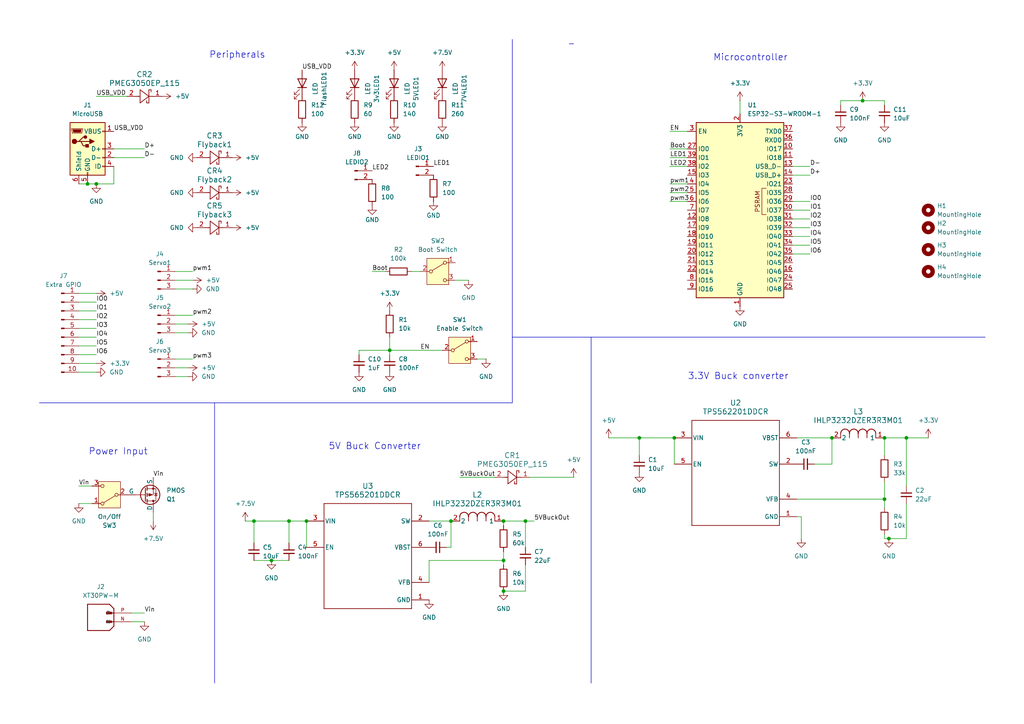
<source format=kicad_sch>
(kicad_sch (version 20231120) (generator "eeschema") (generator_version "8.0")
  (paper "A4")
  (lib_symbols
    (symbol "5V Buck IC:TPS565201DDCR" (pin_names (offset 0.254))
      (property "Reference" "U" (at 0 2.54 0))
      (property "Value" "TPS565201DDCR" (at 0 0 0))
      (symbol "TPS565201DDCR_0_1"
        (pin power_in line (at 17.78 -12.7 180) (length 5.08) (name "GND") (number "1"))
        (pin power_in line (at 17.78 10.16 180) (length 5.08) (name "SW") (number "2"))
        (pin power_in line (at -17.78 10.16 0) (length 5.08) (name "VIN") (number "3"))
        (pin input line (at 17.78 -7.62 180) (length 5.08) (name "VFB") (number "4"))
        (pin input line (at -17.78 2.54 0) (length 5.08) (name "EN") (number "5"))
        (pin power_in line (at 17.78 2.54 180) (length 5.08) (name "VBST") (number "6"))
      )
    )
    (symbol "Connector:Conn_01x02_Pin" (pin_names (offset 1.016) hide)
      (property "Reference" "J" (at 0 2.54 0))
      (property "Value" "Conn_01x02_Pin" (at 0 -5.08 0))
      (symbol "Conn_01x02_Pin_1_1"
        (pin passive line (at 5.08 0 180) (length 3.81) (name "Pin_1") (number "1"))
        (pin passive line (at 5.08 -2.54 180) (length 3.81) (name "Pin_2") (number "2"))
      )
    )
    (symbol "Connector:Conn_01x03_Pin" (pin_names (offset 1.016) hide)
      (property "Reference" "J" (at 0 5.08 0))
      (property "Value" "Conn_01x03_Pin" (at 0 -5.08 0))
      (symbol "Conn_01x03_Pin_1_1"
        (pin passive line (at 5.08 2.54 180) (length 3.81) (name "Pin_1") (number "1"))
        (pin passive line (at 5.08 0 180) (length 3.81) (name "Pin_2") (number "2"))
        (pin passive line (at 5.08 -2.54 180) (length 3.81) (name "Pin_3") (number "3"))
      )
    )
    (symbol "Connector:Conn_01x10_Pin" (pin_names (offset 1.016) hide)
      (property "Reference" "J" (at 0 12.7 0))
      (property "Value" "Conn_01x10_Pin" (at 0 -15.24 0))
      (symbol "Conn_01x10_Pin_1_1"
        (pin passive line (at 5.08 10.16 180) (length 3.81) (name "Pin_1") (number "1"))
        (pin passive line (at 5.08 -12.7 180) (length 3.81) (name "Pin_10") (number "10"))
        (pin passive line (at 5.08 7.62 180) (length 3.81) (name "Pin_2") (number "2"))
        (pin passive line (at 5.08 5.08 180) (length 3.81) (name "Pin_3") (number "3"))
        (pin passive line (at 5.08 2.54 180) (length 3.81) (name "Pin_4") (number "4"))
        (pin passive line (at 5.08 0 180) (length 3.81) (name "Pin_5") (number "5"))
        (pin passive line (at 5.08 -2.54 180) (length 3.81) (name "Pin_6") (number "6"))
        (pin passive line (at 5.08 -5.08 180) (length 3.81) (name "Pin_7") (number "7"))
        (pin passive line (at 5.08 -7.62 180) (length 3.81) (name "Pin_8") (number "8"))
        (pin passive line (at 5.08 -10.16 180) (length 3.81) (name "Pin_9") (number "9"))
      )
    )
    (symbol "Connector:USB_B_Micro" (pin_names (offset 1.016))
      (property "Reference" "J" (at -5.08 11.43 0))
      (property "Value" "USB_B_Micro" (at -5.08 8.89 0))
      (symbol "USB_B_Micro_1_1"
        (pin power_out line (at 7.62 5.08 180) (length 2.54) (name "VBUS") (number "1"))
        (pin bidirectional line (at 7.62 -2.54 180) (length 2.54) (name "D-") (number "2"))
        (pin bidirectional line (at 7.62 0 180) (length 2.54) (name "D+") (number "3"))
        (pin passive line (at 7.62 -5.08 180) (length 2.54) (name "ID") (number "4"))
        (pin power_out line (at 0 -10.16 90) (length 2.54) (name "GND") (number "5"))
        (pin passive line (at -2.54 -10.16 90) (length 2.54) (name "Shield") (number "6"))
      )
    )
    (symbol "Device:C_Small" (pin_numbers hide) (pin_names (offset 0.254) hide)
      (property "Reference" "C" (at 0.254 1.778 0))
      (property "Value" "C_Small" (at 0.254 -2.032 0))
      (symbol "C_Small_1_1"
        (pin passive line (at 0 2.54 270) (length 2.032) (name "~") (number "1"))
        (pin passive line (at 0 -2.54 90) (length 2.032) (name "~") (number "2"))
      )
    )
    (symbol "Device:LED" (pin_numbers hide) (pin_names (offset 1.016) hide)
      (property "Reference" "D" (at 0 2.54 0))
      (property "Value" "LED" (at 0 -2.54 0))
      (symbol "LED_1_1"
        (pin passive line (at -3.81 0 0) (length 2.54) (name "K") (number "1"))
        (pin passive line (at 3.81 0 180) (length 2.54) (name "A") (number "2"))
      )
    )
    (symbol "Device:R" (pin_numbers hide) (pin_names (offset 0))
      (property "Reference" "R" (at 2.032 0 90))
      (property "Value" "R" (at 0 0 90))
      (symbol "R_1_1"
        (pin passive line (at 0 3.81 270) (length 1.27) (name "~") (number "1"))
        (pin passive line (at 0 -3.81 90) (length 1.27) (name "~") (number "2"))
      )
    )
    (symbol "IHLP3232DZER3R3M01:IHLP3232DZER3R3M01" (pin_names (offset 0.254))
      (property "Reference" "L" (at 6.985 5.08 0))
      (property "Value" "IHLP3232DZER3R3M01" (at 6.985 -2.54 0))
      (symbol "IHLP3232DZER3R3M01_1_1"
        (pin unspecified line (at 15.24 0 180) (length 2.54) (name "1") (number "1"))
        (pin unspecified line (at 0 0 0) (length 2.54) (name "2") (number "2"))
      )
      (symbol "IHLP3232DZER3R3M01_1_2"
        (pin unspecified line (at 0 15.24 270) (length 2.54) (name "1") (number "1"))
        (pin unspecified line (at 0 0 90) (length 2.54) (name "2") (number "2"))
      )
    )
    (symbol "Mechanical:MountingHole" (pin_names (offset 1.016)) (exclude_from_sim yes) (in_bom no)
      (property "Reference" "H" (at 0 5.08 0))
      (property "Value" "MountingHole" (at 0 3.175 0))
    )
    (symbol "PMEG3050EP,115:PMEG3050EP_115" (pin_names (offset 0.254))
      (property "Reference" "CR" (at 5.08 4.445 0))
      (property "Value" "PMEG3050EP_115" (at 5.08 -3.81 0))
      (symbol "PMEG3050EP_115_0_1"
        (pin unspecified line (at 10.16 0 180) (length 2.54) (name "") (number "1"))
        (pin unspecified line (at 0 0 0) (length 2.54) (name "") (number "2"))
      )
    )
    (symbol "Personal:TPS562201DDCR" (pin_names (offset 0.254))
      (property "Reference" "U" (at 0 2.54 0))
      (property "Value" "TPS562201DDCR" (at 0 0 0))
      (symbol "TPS562201DDCR_0_1"
        (pin power_in line (at 17.78 -12.7 180) (length 5.08) (name "GND") (number "1"))
        (pin power_in line (at 17.78 2.54 180) (length 5.08) (name "SW") (number "2"))
        (pin power_in line (at -17.78 10.16 0) (length 5.08) (name "VIN") (number "3"))
        (pin input line (at 17.78 -7.62 180) (length 5.08) (name "VFB") (number "4"))
        (pin input line (at -17.78 2.54 0) (length 5.08) (name "EN") (number "5"))
        (pin power_in line (at 17.78 10.16 180) (length 5.08) (name "VBST") (number "6"))
      )
    )
    (symbol "RF_Module:ESP32-S3-WROOM-1"
      (property "Reference" "U" (at -12.7 26.67 0))
      (property "Value" "ESP32-S3-WROOM-1" (at 12.7 26.67 0))
      (symbol "ESP32-S3-WROOM-1_0_0"
        (text "PSRAM" (at 5.08 2.54 900) (effects (font (size 1.27 1.27))))
      )
      (symbol "ESP32-S3-WROOM-1_1_1"
        (pin power_in line (at 0 -27.94 90) (length 2.54) (name "GND") (number "1"))
        (pin bidirectional line (at 15.24 17.78 180) (length 2.54) (name "IO17") (number "10"))
        (pin bidirectional line (at 15.24 15.24 180) (length 2.54) (name "IO18") (number "11"))
        (pin bidirectional line (at -15.24 -2.54 0) (length 2.54) (name "IO8") (number "12"))
        (pin bidirectional line (at 15.24 12.7 180) (length 2.54) (name "USB_D-") (number "13"))
        (pin bidirectional line (at 15.24 10.16 180) (length 2.54) (name "USB_D+") (number "14"))
        (pin bidirectional line (at -15.24 10.16 0) (length 2.54) (name "IO3") (number "15"))
        (pin bidirectional line (at 15.24 -17.78 180) (length 2.54) (name "IO46") (number "16"))
        (pin bidirectional line (at -15.24 -5.08 0) (length 2.54) (name "IO9") (number "17"))
        (pin bidirectional line (at -15.24 -7.62 0) (length 2.54) (name "IO10") (number "18"))
        (pin bidirectional line (at -15.24 -10.16 0) (length 2.54) (name "IO11") (number "19"))
        (pin power_in line (at 0 27.94 270) (length 2.54) (name "3V3") (number "2"))
        (pin bidirectional line (at -15.24 -12.7 0) (length 2.54) (name "IO12") (number "20"))
        (pin bidirectional line (at -15.24 -15.24 0) (length 2.54) (name "IO13") (number "21"))
        (pin bidirectional line (at -15.24 -17.78 0) (length 2.54) (name "IO14") (number "22"))
        (pin bidirectional line (at 15.24 7.62 180) (length 2.54) (name "IO21") (number "23"))
        (pin bidirectional line (at 15.24 -20.32 180) (length 2.54) (name "IO47") (number "24"))
        (pin bidirectional line (at 15.24 -22.86 180) (length 2.54) (name "IO48") (number "25"))
        (pin bidirectional line (at 15.24 -15.24 180) (length 2.54) (name "IO45") (number "26"))
        (pin bidirectional line (at -15.24 17.78 0) (length 2.54) (name "IO0") (number "27"))
        (pin bidirectional line (at 15.24 5.08 180) (length 2.54) (name "IO35") (number "28"))
        (pin bidirectional line (at 15.24 2.54 180) (length 2.54) (name "IO36") (number "29"))
        (pin input line (at -15.24 22.86 0) (length 2.54) (name "EN") (number "3"))
        (pin bidirectional line (at 15.24 0 180) (length 2.54) (name "IO37") (number "30"))
        (pin bidirectional line (at 15.24 -2.54 180) (length 2.54) (name "IO38") (number "31"))
        (pin bidirectional line (at 15.24 -5.08 180) (length 2.54) (name "IO39") (number "32"))
        (pin bidirectional line (at 15.24 -7.62 180) (length 2.54) (name "IO40") (number "33"))
        (pin bidirectional line (at 15.24 -10.16 180) (length 2.54) (name "IO41") (number "34"))
        (pin bidirectional line (at 15.24 -12.7 180) (length 2.54) (name "IO42") (number "35"))
        (pin bidirectional line (at 15.24 20.32 180) (length 2.54) (name "RXD0") (number "36"))
        (pin bidirectional line (at 15.24 22.86 180) (length 2.54) (name "TXD0") (number "37"))
        (pin bidirectional line (at -15.24 12.7 0) (length 2.54) (name "IO2") (number "38"))
        (pin bidirectional line (at -15.24 15.24 0) (length 2.54) (name "IO1") (number "39"))
        (pin bidirectional line (at -15.24 7.62 0) (length 2.54) (name "IO4") (number "4"))
        (pin passive line (at 0 -27.94 90) (length 2.54) hide (name "GND") (number "40"))
        (pin passive line (at 0 -27.94 90) (length 2.54) hide (name "GND") (number "41"))
        (pin bidirectional line (at -15.24 5.08 0) (length 2.54) (name "IO5") (number "5"))
        (pin bidirectional line (at -15.24 2.54 0) (length 2.54) (name "IO6") (number "6"))
        (pin bidirectional line (at -15.24 0 0) (length 2.54) (name "IO7") (number "7"))
        (pin bidirectional line (at -15.24 -20.32 0) (length 2.54) (name "IO15") (number "8"))
        (pin bidirectional line (at -15.24 -22.86 0) (length 2.54) (name "IO16") (number "9"))
      )
    )
    (symbol "Simulation_SPICE:PMOS" (pin_numbers hide) (pin_names (offset 0))
      (property "Reference" "Q" (at 5.08 1.27 0))
      (property "Value" "PMOS" (at 5.08 -1.27 0))
      (symbol "PMOS_1_1"
        (pin passive line (at 2.54 5.08 270) (length 2.54) (name "D") (number "1"))
        (pin input line (at -5.08 0 0) (length 2.54) (name "G") (number "2"))
        (pin passive line (at 2.54 -5.08 90) (length 2.54) (name "S") (number "3"))
      )
    )
    (symbol "Switch:SW_SPDT" (pin_names (offset 0) hide)
      (property "Reference" "SW" (at 0 5.08 0))
      (property "Value" "SW_SPDT" (at 0 -5.08 0))
      (symbol "SW_SPDT_1_1"
        (pin passive line (at 5.08 2.54 180) (length 2.54) (name "A") (number "1"))
        (pin passive line (at -5.08 0 0) (length 2.54) (name "B") (number "2"))
        (pin passive line (at 5.08 -2.54 180) (length 2.54) (name "C") (number "3"))
      )
    )
    (symbol "XT30:XT30PW-M" (pin_names (offset 1.016))
      (property "Reference" "J" (at -7.62 3.302 0))
      (property "Value" "XT30PW-M" (at -7.62 -7.62 0))
      (symbol "XT30PW-M_0_0"
        (pin power_in line (at 5.08 -2.54 180) (length 5.08) (name "N") (number "N"))
        (pin power_in line (at 5.08 0 180) (length 5.08) (name "P") (number "P"))
      )
    )
    (symbol "power:+3.3V" (power) (pin_numbers hide) (pin_names (offset 0) hide)
      (property "Value" "+3.3V" (at 0 3.556 0))
      (symbol "+3.3V_1_1"
        (pin power_in line (at 0 0 90) (length 0) (name "~") (number "1"))
      )
    )
    (symbol "power:+5V" (power) (pin_numbers hide) (pin_names (offset 0) hide)
      (property "Value" "+5V" (at 0 3.556 0))
      (symbol "+5V_1_1"
        (pin power_in line (at 0 0 90) (length 0) (name "~") (number "1"))
      )
    )
    (symbol "power:+7.5V" (power) (pin_numbers hide) (pin_names (offset 0) hide)
      (property "Value" "+7.5V" (at 0 3.556 0))
      (symbol "+7.5V_1_1"
        (pin power_in line (at 0 0 90) (length 0) (name "~") (number "1"))
      )
    )
    (symbol "power:GND" (power) (pin_numbers hide) (pin_names (offset 0) hide)
      (property "Value" "GND" (at 0 -3.81 0))
      (symbol "GND_1_1"
        (pin power_in line (at 0 0 270) (length 0) (name "~") (number "1"))
      )
    )
  )
  (junction (at 83.82 151.13))
  (junction (at 146.05 151.13))
  (junction (at 262.89 127))
  (junction (at 130.81 151.13))
  (junction (at 78.74 162.56))
  (junction (at 152.4 151.13))
  (junction (at 146.05 162.56))
  (junction (at 146.05 171.45))
  (junction (at 73.66 151.13))
  (junction (at 250.19 29.21))
  (junction (at 257.81 156.21))
  (junction (at 113.03 101.6))
  (junction (at 256.54 144.78))
  (junction (at 256.54 127))
  (junction (at 185.42 127))
  (junction (at 241.3 127))
  (junction (at 25.4 53.34))
  (junction (at 27.94 53.34))
  (junction (at 195.58 127))
  (junction (at 88.9 151.13))
  (wire (pts (xy 146.05 160.02) (xy 146.05 162.56)))
  (polyline (pts (xy 148.59 80.01) (xy 148.59 11.43)))
  (wire (pts (xy 104.14 101.6) (xy 113.03 101.6)))
  (wire (pts (xy 22.86 140.97) (xy 26.67 140.97)))
  (polyline (pts (xy 165.1 12.7) (xy 166.37 12.7)))
  (wire (pts (xy 22.86 85.09) (xy 27.94 85.09)))
  (wire (pts (xy 27.94 53.34) (xy 33.02 53.34)))
  (wire (pts (xy 22.86 100.33) (xy 27.94 100.33)))
  (wire (pts (xy 214.63 29.21) (xy 214.63 33.02)))
  (wire (pts (xy 229.87 68.58) (xy 234.95 68.58)))
  (polyline (pts (xy 11.43 116.84) (xy 12.7 116.84)))
  (polyline (pts (xy 62.23 116.84) (xy 62.23 198.12)))
  (wire (pts (xy 231.14 149.86) (xy 232.41 149.86)))
  (wire (pts (xy 152.4 151.13) (xy 154.94 151.13)))
  (wire (pts (xy 50.8 93.98) (xy 54.61 93.98)))
  (wire (pts (xy 22.86 53.34) (xy 25.4 53.34)))
  (wire (pts (xy 152.4 163.83) (xy 152.4 171.45)))
  (wire (pts (xy 50.8 78.74) (xy 55.88 78.74)))
  (wire (pts (xy 50.8 83.82) (xy 55.88 83.82)))
  (wire (pts (xy 50.8 106.68) (xy 54.61 106.68)))
  (wire (pts (xy 130.81 151.13) (xy 130.81 158.75)))
  (wire (pts (xy 146.05 151.13) (xy 152.4 151.13)))
  (wire (pts (xy 241.3 127) (xy 241.3 134.62)))
  (wire (pts (xy 71.12 151.13) (xy 73.66 151.13)))
  (wire (pts (xy 229.87 60.96) (xy 234.95 60.96)))
  (wire (pts (xy 256.54 156.21) (xy 256.54 154.94)))
  (polyline (pts (xy 148.59 97.79) (xy 285.75 97.79)))
  (wire (pts (xy 256.54 156.21) (xy 257.81 156.21)))
  (wire (pts (xy 83.82 151.13) (xy 88.9 151.13)))
  (wire (pts (xy 50.8 81.28) (xy 55.88 81.28)))
  (wire (pts (xy 22.86 87.63) (xy 27.94 87.63)))
  (wire (pts (xy 243.84 29.21) (xy 250.19 29.21)))
  (wire (pts (xy 256.54 127) (xy 256.54 132.08)))
  (wire (pts (xy 133.35 138.43) (xy 143.51 138.43)))
  (wire (pts (xy 38.1 177.8) (xy 41.91 177.8)))
  (wire (pts (xy 256.54 30.48) (xy 256.54 29.21)))
  (wire (pts (xy 22.86 92.71) (xy 27.94 92.71)))
  (polyline (pts (xy 148.59 116.84) (xy 12.7 116.84)))
  (wire (pts (xy 262.89 127) (xy 256.54 127)))
  (wire (pts (xy 130.81 158.75) (xy 129.54 158.75)))
  (wire (pts (xy 194.31 53.34) (xy 199.39 53.34)))
  (wire (pts (xy 229.87 66.04) (xy 234.95 66.04)))
  (wire (pts (xy 22.86 97.79) (xy 27.94 97.79)))
  (wire (pts (xy 194.31 38.1) (xy 199.39 38.1)))
  (polyline (pts (xy 148.59 80.01) (xy 148.59 116.84)))
  (wire (pts (xy 132.08 81.28) (xy 135.89 81.28)))
  (wire (pts (xy 113.03 97.79) (xy 113.03 101.6)))
  (wire (pts (xy 229.87 58.42) (xy 234.95 58.42)))
  (polyline (pts (xy 171.45 97.79) (xy 171.45 198.12)))
  (wire (pts (xy 22.86 95.25) (xy 27.94 95.25)))
  (wire (pts (xy 176.53 127) (xy 185.42 127)))
  (wire (pts (xy 241.3 134.62) (xy 236.22 134.62)))
  (wire (pts (xy 138.43 104.14) (xy 140.97 104.14)))
  (wire (pts (xy 22.86 107.95) (xy 27.94 107.95)))
  (wire (pts (xy 27.94 27.94) (xy 36.83 27.94)))
  (wire (pts (xy 113.03 101.6) (xy 128.27 101.6)))
  (wire (pts (xy 195.58 127) (xy 195.58 134.62)))
  (wire (pts (xy 73.66 162.56) (xy 78.74 162.56)))
  (wire (pts (xy 22.86 102.87) (xy 27.94 102.87)))
  (wire (pts (xy 232.41 149.86) (xy 232.41 156.21)))
  (wire (pts (xy 152.4 151.13) (xy 152.4 158.75)))
  (wire (pts (xy 50.8 91.44) (xy 55.88 91.44)))
  (wire (pts (xy 50.8 104.14) (xy 55.88 104.14)))
  (wire (pts (xy 38.1 180.34) (xy 41.91 180.34)))
  (wire (pts (xy 262.89 140.97) (xy 262.89 127)))
  (wire (pts (xy 185.42 127) (xy 195.58 127)))
  (wire (pts (xy 194.31 45.72) (xy 199.39 45.72)))
  (wire (pts (xy 256.54 139.7) (xy 256.54 144.78)))
  (wire (pts (xy 243.84 29.21) (xy 243.84 30.48)))
  (wire (pts (xy 50.8 109.22) (xy 54.61 109.22)))
  (wire (pts (xy 78.74 162.56) (xy 83.82 162.56)))
  (wire (pts (xy 146.05 151.13) (xy 146.05 152.4)))
  (wire (pts (xy 33.02 45.72) (xy 41.91 45.72)))
  (wire (pts (xy 113.03 101.6) (xy 113.03 102.87)))
  (wire (pts (xy 124.46 151.13) (xy 130.81 151.13)))
  (wire (pts (xy 262.89 156.21) (xy 262.89 146.05)))
  (wire (pts (xy 229.87 50.8) (xy 234.95 50.8)))
  (wire (pts (xy 194.31 43.18) (xy 199.39 43.18)))
  (wire (pts (xy 124.46 162.56) (xy 146.05 162.56)))
  (wire (pts (xy 88.9 151.13) (xy 88.9 158.75)))
  (wire (pts (xy 229.87 63.5) (xy 234.95 63.5)))
  (wire (pts (xy 22.86 90.17) (xy 27.94 90.17)))
  (wire (pts (xy 231.14 144.78) (xy 256.54 144.78)))
  (wire (pts (xy 256.54 144.78) (xy 256.54 147.32)))
  (wire (pts (xy 83.82 151.13) (xy 83.82 157.48)))
  (wire (pts (xy 194.31 48.26) (xy 199.39 48.26)))
  (wire (pts (xy 22.86 105.41) (xy 27.94 105.41)))
  (wire (pts (xy 185.42 127) (xy 185.42 132.08)))
  (wire (pts (xy 107.95 78.74) (xy 111.76 78.74)))
  (wire (pts (xy 50.8 96.52) (xy 54.61 96.52)))
  (wire (pts (xy 152.4 171.45) (xy 146.05 171.45)))
  (wire (pts (xy 262.89 127) (xy 269.24 127)))
  (wire (pts (xy 229.87 71.12) (xy 234.95 71.12)))
  (wire (pts (xy 256.54 29.21) (xy 250.19 29.21)))
  (wire (pts (xy 119.38 78.74) (xy 121.92 78.74)))
  (wire (pts (xy 104.14 101.6) (xy 104.14 102.87)))
  (wire (pts (xy 194.31 58.42) (xy 199.39 58.42)))
  (wire (pts (xy 33.02 48.26) (xy 33.02 53.34)))
  (wire (pts (xy 257.81 156.21) (xy 262.89 156.21)))
  (wire (pts (xy 33.02 43.18) (xy 41.91 43.18)))
  (wire (pts (xy 146.05 162.56) (xy 146.05 163.83)))
  (wire (pts (xy 231.14 127) (xy 241.3 127)))
  (wire (pts (xy 22.86 146.05) (xy 26.67 146.05)))
  (wire (pts (xy 153.67 138.43) (xy 166.37 138.43)))
  (wire (pts (xy 124.46 162.56) (xy 124.46 168.91)))
  (wire (pts (xy 229.87 48.26) (xy 234.95 48.26)))
  (wire (pts (xy 194.31 55.88) (xy 199.39 55.88)))
  (wire (pts (xy 44.45 148.59) (xy 44.45 151.13)))
  (wire (pts (xy 25.4 53.34) (xy 27.94 53.34)))
  (wire (pts (xy 73.66 157.48) (xy 73.66 151.13)))
  (wire (pts (xy 73.66 151.13) (xy 83.82 151.13)))
  (wire (pts (xy 229.87 73.66) (xy 234.95 73.66)))
  (text "Power Input" (at 34.29 131.064 0) (effects (font (size 1.905 1.905))))
  (text "Peripherals" (at 68.834 16.002 0) (effects (font (size 1.905 1.905))))
  (text "Microcontroller" (at 217.678 16.764 0) (effects (font (size 1.905 1.905))))
  (text "5V Buck Converter" (at 108.712 129.54 0) (effects (font (size 1.905 1.905))))
  (text "3.3V Buck converter" (at 214.122 109.22 0) (effects (font (size 1.905 1.905))))
  (label "5VBuckOut" (at 133.35 138.43 0))
  (label "Vin" (at 41.91 177.8 0))
  (label "IO2" (at 234.95 63.5 0))
  (label "IO2" (at 27.94 92.71 0))
  (label "IO1" (at 234.95 60.96 0))
  (label "EN" (at 194.31 38.1 0))
  (label "pwm2" (at 55.88 91.44 0))
  (label "IO0" (at 27.94 87.63 0))
  (label "USB_VDD" (at 27.94 27.94 0))
  (label "IO3" (at 234.95 66.04 0))
  (label "IO3" (at 27.94 95.25 0))
  (label "IO1" (at 27.94 90.17 0))
  (label "Boot" (at 194.31 43.18 0))
  (label "IO0" (at 234.95 58.42 0))
  (label "LED1" (at 194.31 45.72 0))
  (label "IO4" (at 27.94 97.79 0))
  (label "Boot" (at 107.95 78.74 0))
  (label "IO6" (at 27.94 102.87 0))
  (label "Vin" (at 22.86 140.97 0))
  (label "EN" (at 121.92 101.6 0))
  (label "IO4" (at 234.95 68.58 0))
  (label "IO5" (at 234.95 71.12 0))
  (label "LED2" (at 107.95 49.53 0))
  (label "pwm1" (at 194.31 53.34 0))
  (label "D+" (at 234.95 50.8 0))
  (label "D+" (at 41.91 43.18 0))
  (label "LED2" (at 194.31 48.26 0))
  (label "D-" (at 41.91 45.72 0))
  (label "pwm3" (at 55.88 104.14 0))
  (label "USB_VDD" (at 33.02 38.1 0))
  (label "IO6" (at 234.95 73.66 0))
  (label "D-" (at 234.95 48.26 0))
  (label "USB_VDD" (at 87.63 20.32 0))
  (label "Vin" (at 44.45 138.43 0))
  (label "pwm3" (at 194.31 58.42 0))
  (label "pwm1" (at 55.88 78.74 0))
  (label "LED1" (at 125.73 48.26 0))
  (label "IO5" (at 27.94 100.33 0))
  (label "5VBuckOut" (at 154.94 151.13 0))
  (label "pwm2" (at 194.31 55.88 0))
  (symbol (lib_id "power:GND") (at 87.63 35.56 0) (unit 1)
    (property "Reference" "#PWR044" (effects (hide yes)))
    (property "Value" "GND" (at 87.63 39.624 0))
    (property "Description" "Power symbol creates a global label with name \"GND\" , ground" (effects (hide yes)))
  )
  (symbol (lib_id "Mechanical:MountingHole") (at 269.24 72.39 0) (unit 1) (exclude_from_sim yes) (in_bom no)
    (property "Reference" "H3" (at 271.78 71.1199 0) (effects (justify left)))
    (property "Value" "MountingHole" (at 271.78 73.6599 0) (effects (justify left)))
    (property "Footprint" "MountingHole:MountingHole_3.2mm_M3" (effects (hide yes)))
    (property "Description" "Mounting Hole without connection" (effects (hide yes)))
  )
  (symbol (lib_id "Device:R") (at 107.95 55.88 0) (unit 1)
    (property "Reference" "R8" (at 110.49 54.6099 0) (effects (justify left)))
    (property "Value" "100" (at 110.49 57.1499 0) (effects (justify left)))
    (property "Footprint" "Resistor_SMD:R_0805_2012Metric_Pad1.20x1.40mm_HandSolder" (effects (hide yes)))
    (property "Description" "Resistor" (effects (hide yes)))
  )
  (symbol (lib_id "PMEG3050EP,115:PMEG3050EP_115") (at 57.15 55.88 0) (unit 1)
    (property "Reference" "CR4" (at 62.23 49.53 0) (effects (font (size 1.524 1.524))))
    (property "Value" "Flyback2" (at 62.23 52.07 0) (effects (font (size 1.524 1.524))))
    (property "Footprint" "Personal:SDO_CFP5_SOD128_NEX" (effects (hide yes)))
    (property "Datasheet" "PMEG3050EP_115" (effects (hide yes)))
  )
  (symbol (lib_id "XT30:XT30PW-M") (at 33.02 177.8 0) (unit 1)
    (property "Reference" "J2" (at 29.21 170.18 0))
    (property "Value" "XT30PW-M" (at 29.21 172.72 0))
    (property "Footprint" "Personal:AMASS_XT30PW-M" (effects (hide yes)))
    (property "MF" "AMASS" (effects (hide yes)))
    (property "MAXIMUM_PACKAGE_HEIGHT" "5 mm" (effects (hide yes)))
    (property "Package" "None" (effects (hide yes)))
    (property "Price" "None" (effects (hide yes)))
    (property "Check_prices" "https://www.snapeda.com/parts/XT30PW-M/AMASS/view-part/?ref=eda" (effects (hide yes)))
    (property "STANDARD" "Manufacturer Recommendations" (effects (hide yes)))
    (property "PARTREV" "1.2" (effects (hide yes)))
    (property "SnapEDA_Link" "https://www.snapeda.com/parts/XT30PW-M/AMASS/view-part/?ref=snap" (effects (hide yes)))
    (property "MP" "XT30PW-M" (effects (hide yes)))
    (property "Description_1" "\n                        \n                            Socket; DC supply; XT30; male; PIN: 2; on PCBs; THT; Colour: yellow\n                        \n" (effects (hide yes)))
    (property "MANUFACTURER" "Amass" (effects (hide yes)))
    (property "Availability" "Not in stock" (effects (hide yes)))
    (property "SNAPEDA_PN" "XT30PW-M" (effects (hide yes)))
  )
  (symbol (lib_id "Device:R") (at 114.3 31.75 0) (unit 1)
    (property "Reference" "R10" (at 116.84 30.4799 0) (effects (justify left)))
    (property "Value" "140" (at 116.84 33.0199 0) (effects (justify left)))
    (property "Footprint" "Resistor_SMD:R_0805_2012Metric_Pad1.20x1.40mm_HandSolder" (effects (hide yes)))
    (property "Description" "Resistor" (effects (hide yes)))
  )
  (symbol (lib_id "Device:C_Small") (at 243.84 33.02 0) (unit 1)
    (property "Reference" "C9" (at 246.38 31.7562 0) (effects (justify left)))
    (property "Value" "100nF" (at 246.38 34.2962 0) (effects (justify left)))
    (property "Footprint" "Capacitor_SMD:C_0805_2012Metric_Pad1.18x1.45mm_HandSolder" (effects (hide yes)))
    (property "Description" "Unpolarized capacitor, small symbol" (effects (hide yes)))
  )
  (symbol (lib_id "Mechanical:MountingHole") (at 269.24 60.96 0) (unit 1) (exclude_from_sim yes) (in_bom no)
    (property "Reference" "H1" (at 271.78 59.6899 0) (effects (justify left)))
    (property "Value" "MountingHole" (at 271.78 62.2299 0) (effects (justify left)))
    (property "Footprint" "MountingHole:MountingHole_3.2mm_M3" (effects (hide yes)))
    (property "Description" "Mounting Hole without connection" (effects (hide yes)))
  )
  (symbol (lib_id "power:+3.3V") (at 102.87 20.32 0) (unit 1)
    (property "Reference" "#PWR040" (effects (hide yes)))
    (property "Value" "+3.3V" (at 102.87 15.24 0))
    (property "Description" "Power symbol creates a global label with name \"+3.3V\"" (effects (hide yes)))
  )
  (symbol (lib_id "power:GND") (at 107.95 59.69 0) (unit 1)
    (property "Reference" "#PWR034" (effects (hide yes)))
    (property "Value" "GND" (at 107.95 63.754 0))
    (property "Description" "Power symbol creates a global label with name \"GND\" , ground" (effects (hide yes)))
  )
  (symbol (lib_id "power:GND") (at 27.94 107.95 90) (unit 1)
    (property "Reference" "#PWR031" (effects (hide yes)))
    (property "Value" "GND" (at 31.75 107.9499 90) (effects (justify right)))
    (property "Description" "Power symbol creates a global label with name \"GND\" , ground" (effects (hide yes)))
  )
  (symbol (lib_id "Device:C_Small") (at 83.82 160.02 0) (unit 1)
    (property "Reference" "C4" (at 86.36 158.7562 0) (effects (justify left)))
    (property "Value" "100nF" (at 86.36 161.2962 0) (effects (justify left)))
    (property "Footprint" "Capacitor_SMD:C_0805_2012Metric_Pad1.18x1.45mm_HandSolder" (effects (hide yes)))
    (property "Description" "Unpolarized capacitor, small symbol" (effects (hide yes)))
  )
  (symbol (lib_id "power:GND") (at 256.54 35.56 0) (unit 1)
    (property "Reference" "#PWR022" (effects (hide yes)))
    (property "Value" "GND" (at 256.54 40.64 0))
    (property "Description" "Power symbol creates a global label with name \"GND\" , ground" (effects (hide yes)))
  )
  (symbol (lib_id "power:GND") (at 57.15 66.04 270) (unit 1)
    (property "Reference" "#PWR049" (effects (hide yes)))
    (property "Value" "GND" (at 53.34 66.0399 90) (effects (justify right)))
    (property "Description" "Power symbol creates a global label with name \"GND\" , ground" (effects (hide yes)))
  )
  (symbol (lib_id "power:GND") (at 128.27 35.56 0) (unit 1)
    (property "Reference" "#PWR039" (effects (hide yes)))
    (property "Value" "GND" (at 128.27 39.624 0))
    (property "Description" "Power symbol creates a global label with name \"GND\" , ground" (effects (hide yes)))
  )
  (symbol (lib_id "power:GND") (at 55.88 83.82 90) (unit 1)
    (property "Reference" "#PWR025" (effects (hide yes)))
    (property "Value" "GND" (at 59.69 83.8199 90) (effects (justify right)))
    (property "Description" "Power symbol creates a global label with name \"GND\" , ground" (effects (hide yes)))
  )
  (symbol (lib_id "power:GND") (at 22.86 146.05 0) (unit 1)
    (property "Reference" "#PWR035" (effects (hide yes)))
    (property "Value" "GND" (at 22.86 151.13 0))
    (property "Description" "Power symbol creates a global label with name \"GND\" , ground" (effects (hide yes)))
  )
  (symbol (lib_id "Simulation_SPICE:PMOS") (at 41.91 143.51 0) (mirror x) (unit 1)
    (property "Reference" "Q1" (at 48.26 144.7801 0) (effects (justify left)))
    (property "Value" "PMOS" (at 48.26 142.2401 0) (effects (justify left)))
    (property "Footprint" "Package_TO_SOT_THT:TO-220-3_Vertical" (effects (hide yes)))
    (property "Datasheet" "https://ngspice.sourceforge.io/docs/ngspice-html-manual/manual.xhtml#cha_MOSFETs" (effects (hide yes)))
    (property "Description" "P-MOSFET transistor, drain/source/gate" (effects (hide yes)))
    (property "Sim.Device" "PMOS" (effects (hide yes)))
    (property "Sim.Type" "VDMOS" (effects (hide yes)))
    (property "Sim.Pins" "1=D 2=G 3=S" (effects (hide yes)))
  )
  (symbol (lib_id "Device:R") (at 125.73 54.61 0) (unit 1)
    (property "Reference" "R7" (at 128.27 53.3399 0) (effects (justify left)))
    (property "Value" "100" (at 128.27 55.8799 0) (effects (justify left)))
    (property "Footprint" "Resistor_SMD:R_0805_2012Metric_Pad1.20x1.40mm_HandSolder" (effects (hide yes)))
    (property "Description" "Resistor" (effects (hide yes)))
  )
  (symbol (lib_id "Switch:SW_SPDT") (at 31.75 143.51 180) (unit 1)
    (property "Reference" "SW3" (at 31.75 152.4 0))
    (property "Value" "On/Off" (at 31.75 149.86 0))
    (property "Footprint" "Connector_Molex:Molex_KK-254_AE-6410-03A_1x03_P2.54mm_Vertical" (effects (hide yes)))
    (property "Description" "Switch, single pole double throw" (effects (hide yes)))
  )
  (symbol (lib_id "power:+5V") (at 114.3 20.32 0) (unit 1)
    (property "Reference" "#PWR041" (effects (hide yes)))
    (property "Value" "+5V" (at 114.3 15.24 0))
    (property "Description" "Power symbol creates a global label with name \"+5V\"" (effects (hide yes)))
  )
  (symbol (lib_id "power:+5V") (at 67.31 66.04 270) (unit 1)
    (property "Reference" "#PWR046" (effects (hide yes)))
    (property "Value" "+5V" (at 71.12 66.0399 90) (effects (justify left)))
    (property "Description" "Power symbol creates a global label with name \"+5V\"" (effects (hide yes)))
  )
  (symbol (lib_id "Connector:Conn_01x02_Pin") (at 102.87 49.53 0) (unit 1)
    (property "Reference" "J8" (at 103.505 44.45 0))
    (property "Value" "LEDIO2" (at 103.505 46.99 0))
    (property "Footprint" "Connector_Molex:Molex_KK-254_AE-6410-02A_1x02_P2.54mm_Vertical" (effects (hide yes)))
    (property "Description" "Generic connector, single row, 01x02, script generated" (effects (hide yes)))
  )
  (symbol (lib_id "Connector:Conn_01x02_Pin") (at 120.65 48.26 0) (unit 1)
    (property "Reference" "J3" (at 121.285 43.18 0))
    (property "Value" "LEDIO1" (at 121.285 45.72 0))
    (property "Footprint" "Connector_Molex:Molex_KK-254_AE-6410-02A_1x02_P2.54mm_Vertical" (effects (hide yes)))
    (property "Description" "Generic connector, single row, 01x02, script generated" (effects (hide yes)))
  )
  (symbol (lib_id "power:+5V") (at 166.37 138.43 0) (unit 1)
    (property "Reference" "#PWR012" (effects (hide yes)))
    (property "Value" "+5V" (at 166.37 133.35 0))
    (property "Description" "Power symbol creates a global label with name \"+5V\"" (effects (hide yes)))
  )
  (symbol (lib_id "Device:R") (at 146.05 156.21 0) (unit 1)
    (property "Reference" "R5" (at 148.59 154.9399 0) (effects (justify left)))
    (property "Value" "60k" (at 148.59 157.4799 0) (effects (justify left)))
    (property "Footprint" "Resistor_SMD:R_0805_2012Metric_Pad1.20x1.40mm_HandSolder" (effects (hide yes)))
    (property "Description" "Resistor" (effects (hide yes)))
  )
  (symbol (lib_id "power:GND") (at 243.84 35.56 0) (unit 1)
    (property "Reference" "#PWR017" (effects (hide yes)))
    (property "Value" "GND" (at 243.84 40.64 0))
    (property "Description" "Power symbol creates a global label with name \"GND\" , ground" (effects (hide yes)))
  )
  (symbol (lib_id "IHLP3232DZER3R3M01:IHLP3232DZER3R3M01") (at 241.3 127 0) (unit 1)
    (property "Reference" "L3" (at 248.92 119.38 0) (effects (font (size 1.524 1.524))))
    (property "Value" "IHLP3232DZER3R3M01" (at 248.92 121.92 0) (effects (font (size 1.524 1.524))))
    (property "Footprint" "Personal:IND_IHLP-3232DZ_VIS" (effects (hide yes)))
    (property "Datasheet" "IHLP3232DZER3R3M01" (effects (hide yes)))
  )
  (symbol (lib_id "power:GND") (at 146.05 171.45 0) (unit 1)
    (property "Reference" "#PWR011" (effects (hide yes)))
    (property "Value" "GND" (at 146.05 176.53 0))
    (property "Description" "Power symbol creates a global label with name \"GND\" , ground" (effects (hide yes)))
  )
  (symbol (lib_id "power:+3.3V") (at 113.03 90.17 0) (unit 1)
    (property "Reference" "#PWR015" (effects (hide yes)))
    (property "Value" "+3.3V" (at 113.03 85.09 0))
    (property "Description" "Power symbol creates a global label with name \"+3.3V\"" (effects (hide yes)))
  )
  (symbol (lib_id "Device:C_Small") (at 73.66 160.02 0) (unit 1)
    (property "Reference" "C5" (at 76.2 158.7562 0) (effects (justify left)))
    (property "Value" "10uF" (at 76.2 161.2962 0) (effects (justify left)))
    (property "Footprint" "Capacitor_SMD:C_0805_2012Metric_Pad1.18x1.45mm_HandSolder" (effects (hide yes)))
    (property "Description" "Unpolarized capacitor, small symbol" (effects (hide yes)))
  )
  (symbol (lib_id "power:+5V") (at 54.61 106.68 270) (unit 1)
    (property "Reference" "#PWR029" (effects (hide yes)))
    (property "Value" "+5V" (at 58.42 106.6799 90) (effects (justify left)))
    (property "Description" "Power symbol creates a global label with name \"+5V\"" (effects (hide yes)))
  )
  (symbol (lib_id "power:GND") (at 125.73 58.42 0) (unit 1)
    (property "Reference" "#PWR024" (effects (hide yes)))
    (property "Value" "GND" (at 125.73 62.484 0))
    (property "Description" "Power symbol creates a global label with name \"GND\" , ground" (effects (hide yes)))
  )
  (symbol (lib_id "power:GND") (at 27.94 53.34 0) (unit 1)
    (property "Reference" "#PWR014" (effects (hide yes)))
    (property "Value" "GND" (at 27.94 58.42 0))
    (property "Description" "Power symbol creates a global label with name \"GND\" , ground" (effects (hide yes)))
  )
  (symbol (lib_id "power:+7.5V") (at 176.53 127 0) (unit 1)
    (property "Reference" "#PWR03" (effects (hide yes)))
    (property "Value" "+5V" (at 176.53 121.92 0))
    (property "Description" "Power symbol creates a global label with name \"+7.5V\"" (effects (hide yes)))
  )
  (symbol (lib_id "Device:C_Small") (at 127 158.75 270) (unit 1)
    (property "Reference" "C6" (at 126.9936 152.4 90))
    (property "Value" "100nF" (at 126.9936 154.94 90))
    (property "Footprint" "Capacitor_SMD:C_0805_2012Metric_Pad1.18x1.45mm_HandSolder" (effects (hide yes)))
    (property "Description" "Unpolarized capacitor, small symbol" (effects (hide yes)))
  )
  (symbol (lib_id "power:GND") (at 257.81 156.21 0) (unit 1)
    (property "Reference" "#PWR07" (effects (hide yes)))
    (property "Value" "GND" (at 257.81 161.29 0))
    (property "Description" "Power symbol creates a global label with name \"GND\" , ground" (effects (hide yes)))
  )
  (symbol (lib_id "Device:C_Small") (at 256.54 33.02 0) (unit 1)
    (property "Reference" "C11" (at 259.08 31.7562 0) (effects (justify left)))
    (property "Value" "10uF" (at 259.08 34.2962 0) (effects (justify left)))
    (property "Footprint" "Capacitor_SMD:C_0805_2012Metric_Pad1.18x1.45mm_HandSolder" (effects (hide yes)))
    (property "Description" "Unpolarized capacitor, small symbol" (effects (hide yes)))
  )
  (symbol (lib_id "power:+5V") (at 67.31 45.72 270) (unit 1)
    (property "Reference" "#PWR043" (effects (hide yes)))
    (property "Value" "+5V" (at 71.12 45.7199 90) (effects (justify left)))
    (property "Description" "Power symbol creates a global label with name \"+5V\"" (effects (hide yes)))
  )
  (symbol (lib_id "Mechanical:MountingHole") (at 269.24 66.04 0) (unit 1) (exclude_from_sim yes) (in_bom no)
    (property "Reference" "H2" (at 271.78 64.7699 0) (effects (justify left)))
    (property "Value" "MountingHole" (at 271.78 67.3099 0) (effects (justify left)))
    (property "Footprint" "MountingHole:MountingHole_3.2mm_M3" (effects (hide yes)))
    (property "Description" "Mounting Hole without connection" (effects (hide yes)))
  )
  (symbol (lib_id "power:+3.3V") (at 214.63 29.21 0) (unit 1)
    (property "Reference" "#PWR01" (effects (hide yes)))
    (property "Value" "+3.3V" (at 214.63 24.13 0))
    (property "Description" "Power symbol creates a global label with name \"+3.3V\"" (effects (hide yes)))
  )
  (symbol (lib_id "power:GND") (at 140.97 104.14 0) (unit 1)
    (property "Reference" "#PWR020" (effects (hide yes)))
    (property "Value" "GND" (at 140.97 109.22 0))
    (property "Description" "Power symbol creates a global label with name \"GND\" , ground" (effects (hide yes)))
  )
  (symbol (lib_id "Switch:SW_SPDT") (at 133.35 101.6 0) (unit 1)
    (property "Reference" "SW1" (at 133.35 92.71 0))
    (property "Value" "Enable Switch" (at 133.35 95.25 0))
    (property "Footprint" "Connector_Molex:Molex_KK-254_AE-6410-03A_1x03_P2.54mm_Vertical" (effects (hide yes)))
    (property "Description" "Switch, single pole double throw" (effects (hide yes)))
  )
  (symbol (lib_id "5V Buck IC:TPS565201DDCR") (at 106.68 161.29 0) (unit 1)
    (property "Reference" "U3" (at 106.68 140.97 0) (effects (font (size 1.524 1.524))))
    (property "Value" "TPS565201DDCR" (at 106.68 143.51 0) (effects (font (size 1.524 1.524))))
    (property "Footprint" "Personal:DDC0006A_N" (effects (hide yes)))
    (property "Datasheet" "TPS565201DDCR" (effects (hide yes)))
  )
  (symbol (lib_id "Device:R") (at 256.54 151.13 0) (unit 1)
    (property "Reference" "R4" (at 259.08 149.8599 0) (effects (justify left)))
    (property "Value" "10k" (at 259.08 152.3999 0) (effects (justify left)))
    (property "Footprint" "Resistor_SMD:R_0805_2012Metric_Pad1.20x1.40mm_HandSolder" (effects (hide yes)))
    (property "Description" "Resistor" (effects (hide yes)))
  )
  (symbol (lib_id "power:GND") (at 135.89 81.28 0) (unit 1)
    (property "Reference" "#PWR023" (effects (hide yes)))
    (property "Value" "GND" (at 135.89 86.36 0))
    (property "Description" "Power symbol creates a global label with name \"GND\" , ground" (effects (hide yes)))
  )
  (symbol (lib_id "power:GND") (at 57.15 55.88 270) (unit 1)
    (property "Reference" "#PWR048" (effects (hide yes)))
    (property "Value" "GND" (at 53.34 55.8799 90) (effects (justify right)))
    (property "Description" "Power symbol creates a global label with name \"GND\" , ground" (effects (hide yes)))
  )
  (symbol (lib_id "power:+5V") (at 55.88 81.28 270) (unit 1)
    (property "Reference" "#PWR027" (effects (hide yes)))
    (property "Value" "+5V" (at 59.69 81.2799 90) (effects (justify left)))
    (property "Description" "Power symbol creates a global label with name \"+5V\"" (effects (hide yes)))
  )
  (symbol (lib_id "Device:LED") (at 128.27 24.13 270) (mirror x) (unit 1)
    (property "Reference" "7V4LED1" (at 134.62 25.7175 0))
    (property "Value" "LED" (at 132.08 25.7175 0))
    (property "Footprint" "LED_SMD:Gullwing_LED" (effects (hide yes)))
    (property "Description" "Light emitting diode" (effects (hide yes)))
  )
  (symbol (lib_id "Personal:TPS562201DDCR") (at 213.36 137.16 0) (unit 1)
    (property "Reference" "U2" (at 213.36 116.84 0) (effects (font (size 1.524 1.524))))
    (property "Value" "TPS562201DDCR" (at 213.36 119.38 0) (effects (font (size 1.524 1.524))))
    (property "Footprint" "Personal:DDC0006A_N" (effects (hide yes)))
    (property "Datasheet" "TPS562201DDCR" (effects (hide yes)))
  )
  (symbol (lib_id "power:+7.5V") (at 128.27 20.32 0) (unit 1)
    (property "Reference" "#PWR042" (effects (hide yes)))
    (property "Value" "+7.5V" (at 128.27 15.24 0))
    (property "Description" "Power symbol creates a global label with name \"+7.5V\"" (effects (hide yes)))
  )
  (symbol (lib_id "power:+5V") (at 67.31 55.88 270) (unit 1)
    (property "Reference" "#PWR045" (effects (hide yes)))
    (property "Value" "+5V" (at 71.12 55.8799 90) (effects (justify left)))
    (property "Description" "Power symbol creates a global label with name \"+5V\"" (effects (hide yes)))
  )
  (symbol (lib_id "power:+3.3V") (at 27.94 105.41 270) (unit 1)
    (property "Reference" "#PWR033" (effects (hide yes)))
    (property "Value" "+3.3V" (at 31.75 105.4099 90) (effects (justify left)))
    (property "Description" "Power symbol creates a global label with name \"+3.3V\"" (effects (hide yes)))
  )
  (symbol (lib_id "Device:C_Small") (at 185.42 134.62 0) (unit 1)
    (property "Reference" "C1" (at 187.96 133.3562 0) (effects (justify left)))
    (property "Value" "10uF" (at 187.96 135.8962 0) (effects (justify left)))
    (property "Footprint" "Capacitor_SMD:C_0805_2012Metric_Pad1.18x1.45mm_HandSolder" (effects (hide yes)))
    (property "Description" "Unpolarized capacitor, small symbol" (effects (hide yes)))
  )
  (symbol (lib_id "Connector:Conn_01x03_Pin") (at 45.72 93.98 0) (unit 1)
    (property "Reference" "J5" (at 46.355 86.36 0))
    (property "Value" "Servo2" (at 46.355 88.9 0))
    (property "Footprint" "Connector_Molex:Molex_KK-254_AE-6410-03A_1x03_P2.54mm_Vertical" (effects (hide yes)))
    (property "Description" "Generic connector, single row, 01x03, script generated" (effects (hide yes)))
  )
  (symbol (lib_id "Mechanical:MountingHole") (at 269.24 78.74 0) (unit 1) (exclude_from_sim yes) (in_bom no)
    (property "Reference" "H4" (at 271.78 77.4699 0) (effects (justify left)))
    (property "Value" "MountingHole" (at 271.78 80.0099 0) (effects (justify left)))
    (property "Footprint" "MountingHole:MountingHole_3.2mm_M3" (effects (hide yes)))
    (property "Description" "Mounting Hole without connection" (effects (hide yes)))
  )
  (symbol (lib_id "Connector:Conn_01x03_Pin") (at 45.72 81.28 0) (unit 1)
    (property "Reference" "J4" (at 46.355 73.66 0))
    (property "Value" "Servo1" (at 46.355 76.2 0))
    (property "Footprint" "Connector_Molex:Molex_KK-254_AE-6410-03A_1x03_P2.54mm_Vertical" (effects (hide yes)))
    (property "Description" "Generic connector, single row, 01x03, script generated" (effects (hide yes)))
  )
  (symbol (lib_id "power:GND") (at 124.46 173.99 0) (unit 1)
    (property "Reference" "#PWR010" (effects (hide yes)))
    (property "Value" "GND" (at 124.46 179.07 0))
    (property "Description" "Power symbol creates a global label with name \"GND\" , ground" (effects (hide yes)))
  )
  (symbol (lib_id "power:GND") (at 41.91 180.34 0) (unit 1)
    (property "Reference" "#PWR018" (effects (hide yes)))
    (property "Value" "GND" (at 41.91 185.42 0))
    (property "Description" "Power symbol creates a global label with name \"GND\" , ground" (effects (hide yes)))
  )
  (symbol (lib_id "power:GND") (at 104.14 107.95 0) (unit 1)
    (property "Reference" "#PWR021" (effects (hide yes)))
    (property "Value" "GND" (at 104.14 113.03 0))
    (property "Description" "Power symbol creates a global label with name \"GND\" , ground" (effects (hide yes)))
  )
  (symbol (lib_id "power:GND") (at 78.74 162.56 0) (unit 1)
    (property "Reference" "#PWR08" (effects (hide yes)))
    (property "Value" "GND" (at 78.74 167.64 0))
    (property "Description" "Power symbol creates a global label with name \"GND\" , ground" (effects (hide yes)))
  )
  (symbol (lib_id "power:+5V") (at 27.94 85.09 270) (unit 1)
    (property "Reference" "#PWR032" (effects (hide yes)))
    (property "Value" "+5V" (at 31.75 85.0899 90) (effects (justify left)))
    (property "Description" "Power symbol creates a global label with name \"+5V\"" (effects (hide yes)))
  )
  (symbol (lib_id "Device:C_Small") (at 262.89 143.51 0) (unit 1)
    (property "Reference" "C2" (at 265.43 142.2462 0) (effects (justify left)))
    (property "Value" "22uF" (at 265.43 144.7862 0) (effects (justify left)))
    (property "Footprint" "Capacitor_SMD:C_0805_2012Metric_Pad1.18x1.45mm_HandSolder" (effects (hide yes)))
    (property "Description" "Unpolarized capacitor, small symbol" (effects (hide yes)))
  )
  (symbol (lib_id "PMEG3050EP,115:PMEG3050EP_115") (at 57.15 45.72 0) (unit 1)
    (property "Reference" "CR3" (at 62.23 39.37 0) (effects (font (size 1.524 1.524))))
    (property "Value" "Flyback1" (at 62.23 41.91 0) (effects (font (size 1.524 1.524))))
    (property "Footprint" "Personal:SDO_CFP5_SOD128_NEX" (effects (hide yes)))
    (property "Datasheet" "PMEG3050EP_115" (effects (hide yes)))
  )
  (symbol (lib_id "Device:C_Small") (at 152.4 161.29 0) (unit 1)
    (property "Reference" "C7" (at 154.94 160.0262 0) (effects (justify left)))
    (property "Value" "22uF" (at 154.94 162.5662 0) (effects (justify left)))
    (property "Footprint" "Capacitor_SMD:C_0805_2012Metric_Pad1.18x1.45mm_HandSolder" (effects (hide yes)))
    (property "Description" "Unpolarized capacitor, small symbol" (effects (hide yes)))
  )
  (symbol (lib_id "Device:LED") (at 87.63 24.13 270) (mirror x) (unit 1)
    (property "Reference" "FlashLED1" (at 93.98 25.7175 0))
    (property "Value" "LED" (at 91.44 25.7175 0))
    (property "Footprint" "LED_SMD:Gullwing_LED" (effects (hide yes)))
    (property "Description" "Light emitting diode" (effects (hide yes)))
  )
  (symbol (lib_id "power:GND") (at 57.15 45.72 270) (unit 1)
    (property "Reference" "#PWR047" (effects (hide yes)))
    (property "Value" "GND" (at 53.34 45.7199 90) (effects (justify right)))
    (property "Description" "Power symbol creates a global label with name \"GND\" , ground" (effects (hide yes)))
  )
  (symbol (lib_id "power:GND") (at 54.61 109.22 90) (unit 1)
    (property "Reference" "#PWR030" (effects (hide yes)))
    (property "Value" "GND" (at 58.42 109.2199 90) (effects (justify right)))
    (property "Description" "Power symbol creates a global label with name \"GND\" , ground" (effects (hide yes)))
  )
  (symbol (lib_id "Device:R") (at 256.54 135.89 0) (unit 1)
    (property "Reference" "R3" (at 259.08 134.6199 0) (effects (justify left)))
    (property "Value" "33k" (at 259.08 137.1599 0) (effects (justify left)))
    (property "Footprint" "Resistor_SMD:R_0805_2012Metric_Pad1.20x1.40mm_HandSolder" (effects (hide yes)))
    (property "Description" "Resistor" (effects (hide yes)))
  )
  (symbol (lib_id "Connector:Conn_01x03_Pin") (at 45.72 106.68 0) (unit 1)
    (property "Reference" "J6" (at 46.355 99.06 0))
    (property "Value" "Servo3" (at 46.355 101.6 0))
    (property "Footprint" "Connector_Molex:Molex_KK-254_AE-6410-03A_1x03_P2.54mm_Vertical" (effects (hide yes)))
    (property "Description" "Generic connector, single row, 01x03, script generated" (effects (hide yes)))
  )
  (symbol (lib_id "PMEG3050EP,115:PMEG3050EP_115") (at 143.51 138.43 0) (unit 1)
    (property "Reference" "CR1" (at 148.59 132.08 0) (effects (font (size 1.524 1.524))))
    (property "Value" "PMEG3050EP_115" (at 148.59 134.62 0) (effects (font (size 1.524 1.524))))
    (property "Footprint" "Personal:SDO_CFP5_SOD128_NEX" (effects (hide yes)))
    (property "Datasheet" "PMEG3050EP_115" (effects (hide yes)))
  )
  (symbol (lib_id "Device:C_Small") (at 104.14 105.41 0) (unit 1)
    (property "Reference" "C10" (at 106.68 104.1462 0) (effects (justify left)))
    (property "Value" "1uF" (at 106.68 106.6862 0) (effects (justify left)))
    (property "Footprint" "Capacitor_SMD:C_0805_2012Metric_Pad1.18x1.45mm_HandSolder" (effects (hide yes)))
    (property "Description" "Unpolarized capacitor, small symbol" (effects (hide yes)))
  )
  (symbol (lib_id "power:+3.3V") (at 250.19 29.21 0) (unit 1)
    (property "Reference" "#PWR036" (effects (hide yes)))
    (property "Value" "+3.3V" (at 250.19 24.13 0))
    (property "Description" "Power symbol creates a global label with name \"+3.3V\"" (effects (hide yes)))
  )
  (symbol (lib_id "power:GND") (at 54.61 96.52 90) (unit 1)
    (property "Reference" "#PWR026" (effects (hide yes)))
    (property "Value" "GND" (at 58.42 96.5199 90) (effects (justify right)))
    (property "Description" "Power symbol creates a global label with name \"GND\" , ground" (effects (hide yes)))
  )
  (symbol (lib_id "Device:LED") (at 102.87 24.13 270) (mirror x) (unit 1)
    (property "Reference" "3v3LED1" (at 109.22 25.7175 0))
    (property "Value" "LED" (at 106.68 25.7175 0))
    (property "Footprint" "LED_SMD:Gullwing_LED" (effects (hide yes)))
    (property "Description" "Light emitting diode" (effects (hide yes)))
  )
  (symbol (lib_id "Device:R") (at 115.57 78.74 270) (unit 1)
    (property "Reference" "R2" (at 115.57 72.39 90))
    (property "Value" "100k" (at 115.57 74.93 90))
    (property "Footprint" "Resistor_SMD:R_0805_2012Metric_Pad1.20x1.40mm_HandSolder" (effects (hide yes)))
    (property "Description" "Resistor" (effects (hide yes)))
  )
  (symbol (lib_id "Device:C_Small") (at 233.68 134.62 90) (unit 1)
    (property "Reference" "C3" (at 233.6863 128.27 90))
    (property "Value" "100nF" (at 233.6863 130.81 90))
    (property "Footprint" "Capacitor_SMD:C_0805_2012Metric_Pad1.18x1.45mm_HandSolder" (effects (hide yes)))
    (property "Description" "Unpolarized capacitor, small symbol" (effects (hide yes)))
  )
  (symbol (lib_id "RF_Module:ESP32-S3-WROOM-1") (at 214.63 60.96 0) (unit 1)
    (property "Reference" "U1" (at 216.8241 30.48 0) (effects (justify left)))
    (property "Value" "ESP32-S3-WROOM-1" (at 216.8241 33.02 0) (effects (justify left)))
    (property "Footprint" "RF_Module:ESP32-S3-WROOM-1" (effects (hide yes)))
    (property "Datasheet" "https://www.espressif.com/sites/default/files/documentation/esp32-s3-wroom-1_wroom-1u_datasheet_en.pdf" (effects (hide yes)))
    (property "Description" "RF Module, ESP32-S3 SoC, Wi-Fi 802.11b/g/n, Bluetooth, BLE, 32-bit, 3.3V, onboard antenna, SMD" (effects (hide yes)))
  )
  (symbol (lib_id "Connector:USB_B_Micro") (at 25.4 43.18 0) (unit 1)
    (property "Reference" "J1" (at 25.4 30.48 0))
    (property "Value" "MicroUSB" (at 25.4 33.02 0))
    (property "Footprint" "Connector_USB:USB_Micro-B_Amphenol_10118194-0001LF_Horizontal" (effects (hide yes)))
    (property "Description" "USB Micro Type B connector" (effects (hide yes)))
  )
  (symbol (lib_id "Device:LED") (at 114.3 24.13 270) (mirror x) (unit 1)
    (property "Reference" "5VLED1" (at 120.65 25.7175 0))
    (property "Value" "LED" (at 118.11 25.7175 0))
    (property "Footprint" "LED_SMD:Gullwing_LED" (effects (hide yes)))
    (property "Description" "Light emitting diode" (effects (hide yes)))
  )
  (symbol (lib_id "PMEG3050EP,115:PMEG3050EP_115") (at 57.15 66.04 0) (unit 1)
    (property "Reference" "CR5" (at 62.23 59.69 0) (effects (font (size 1.524 1.524))))
    (property "Value" "Flyback3" (at 62.23 62.23 0) (effects (font (size 1.524 1.524))))
    (property "Footprint" "Personal:SDO_CFP5_SOD128_NEX" (effects (hide yes)))
    (property "Datasheet" "PMEG3050EP_115" (effects (hide yes)))
  )
  (symbol (lib_id "power:GND") (at 214.63 88.9 0) (unit 1)
    (property "Reference" "#PWR02" (effects (hide yes)))
    (property "Value" "GND" (at 214.63 93.98 0))
    (property "Description" "Power symbol creates a global label with name \"GND\" , ground" (effects (hide yes)))
  )
  (symbol (lib_id "Device:C_Small") (at 113.03 105.41 0) (unit 1)
    (property "Reference" "C8" (at 115.57 104.1462 0) (effects (justify left)))
    (property "Value" "100nF" (at 115.57 106.6862 0) (effects (justify left)))
    (property "Footprint" "Capacitor_SMD:C_0805_2012Metric_Pad1.18x1.45mm_HandSolder" (effects (hide yes)))
    (property "Description" "Unpolarized capacitor, small symbol" (effects (hide yes)))
  )
  (symbol (lib_id "IHLP3232DZER3R3M01:IHLP3232DZER3R3M01") (at 130.81 151.13 0) (unit 1)
    (property "Reference" "L2" (at 138.43 143.51 0) (effects (font (size 1.524 1.524))))
    (property "Value" "IHLP3232DZER3R3M01" (at 138.43 146.05 0) (effects (font (size 1.524 1.524))))
    (property "Footprint" "Personal:IND_IHLP-3232DZ_VIS" (effects (hide yes)))
    (property "Datasheet" "IHLP3232DZER3R3M01" (effects (hide yes)))
  )
  (symbol (lib_id "Connector:Conn_01x10_Pin") (at 17.78 95.25 0) (unit 1)
    (property "Reference" "J7" (at 18.415 80.01 0))
    (property "Value" "Extra GPIO" (at 18.415 82.55 0))
    (property "Footprint" "Connector_PinHeader_2.54mm:PinHeader_1x10_P2.54mm_Vertical" (effects (hide yes)))
    (property "Description" "Generic connector, single row, 01x10, script generated" (effects (hide yes)))
  )
  (symbol (lib_id "power:+7.5V") (at 44.45 151.13 180) (unit 1)
    (property "Reference" "#PWR019" (effects (hide yes)))
    (property "Value" "+7.5V" (at 44.45 156.21 0))
    (property "Description" "Power symbol creates a global label with name \"+7.5V\"" (effects (hide yes)))
  )
  (symbol (lib_id "power:GND") (at 232.41 156.21 0) (unit 1)
    (property "Reference" "#PWR04" (effects (hide yes)))
    (property "Value" "GND" (at 232.41 161.29 0))
    (property "Description" "Power symbol creates a global label with name \"GND\" , ground" (effects (hide yes)))
  )
  (symbol (lib_id "power:GND") (at 114.3 35.56 0) (unit 1)
    (property "Reference" "#PWR038" (effects (hide yes)))
    (property "Value" "GND" (at 114.3 39.624 0))
    (property "Description" "Power symbol creates a global label with name \"GND\" , ground" (effects (hide yes)))
  )
  (symbol (lib_id "power:+5V") (at 54.61 93.98 270) (unit 1)
    (property "Reference" "#PWR028" (effects (hide yes)))
    (property "Value" "+5V" (at 58.42 93.9799 90) (effects (justify left)))
    (property "Description" "Power symbol creates a global label with name \"+5V\"" (effects (hide yes)))
  )
  (symbol (lib_id "Device:R") (at 113.03 93.98 0) (unit 1)
    (property "Reference" "R1" (at 115.57 92.7099 0) (effects (justify left)))
    (property "Value" "10k" (at 115.57 95.2499 0) (effects (justify left)))
    (property "Footprint" "Resistor_SMD:R_0805_2012Metric_Pad1.20x1.40mm_HandSolder" (effects (hide yes)))
    (property "Description" "Resistor" (effects (hide yes)))
  )
  (symbol (lib_id "PMEG3050EP,115:PMEG3050EP_115") (at 36.83 27.94 0) (unit 1)
    (property "Reference" "CR2" (at 41.91 21.59 0) (effects (font (size 1.524 1.524))))
    (property "Value" "PMEG3050EP_115" (at 41.91 24.13 0) (effects (font (size 1.524 1.524))))
    (property "Footprint" "Personal:SDO_CFP5_SOD128_NEX" (effects (hide yes)))
    (property "Datasheet" "PMEG3050EP_115" (effects (hide yes)))
  )
  (symbol (lib_id "Switch:SW_SPDT") (at 127 78.74 0) (unit 1)
    (property "Reference" "SW2" (at 127 69.85 0))
    (property "Value" "Boot Switch" (at 127 72.39 0))
    (property "Footprint" "Connector_Molex:Molex_KK-254_AE-6410-03A_1x03_P2.54mm_Vertical" (effects (hide yes)))
    (property "Description" "Switch, single pole double throw" (effects (hide yes)))
  )
  (symbol (lib_id "power:+5V") (at 46.99 27.94 270) (unit 1)
    (property "Reference" "#PWR013" (effects (hide yes)))
    (property "Value" "+5V" (at 50.8 27.9399 90) (effects (justify left)))
    (property "Description" "Power symbol creates a global label with name \"+5V\"" (effects (hide yes)))
  )
  (symbol (lib_id "power:+3.3V") (at 269.24 127 0) (unit 1)
    (property "Reference" "#PWR05" (effects (hide yes)))
    (property "Value" "+3.3V" (at 269.24 121.92 0))
    (property "Description" "Power symbol creates a global label with name \"+3.3V\"" (effects (hide yes)))
  )
  (symbol (lib_id "Device:R") (at 146.05 167.64 0) (unit 1)
    (property "Reference" "R6" (at 148.59 166.3699 0) (effects (justify left)))
    (property "Value" "10k" (at 148.59 168.9099 0) (effects (justify left)))
    (property "Footprint" "Resistor_SMD:R_0805_2012Metric_Pad1.20x1.40mm_HandSolder" (effects (hide yes)))
    (property "Description" "Resistor" (effects (hide yes)))
  )
  (symbol (lib_id "power:+7.5V") (at 71.12 151.13 0) (unit 1)
    (property "Reference" "#PWR09" (effects (hide yes)))
    (property "Value" "+7.5V" (at 71.12 146.05 0))
    (property "Description" "Power symbol creates a global label with name \"+7.5V\"" (effects (hide yes)))
  )
  (symbol (lib_id "Device:R") (at 102.87 31.75 0) (unit 1)
    (property "Reference" "R9" (at 105.41 30.4799 0) (effects (justify left)))
    (property "Value" "60" (at 105.41 33.0199 0) (effects (justify left)))
    (property "Footprint" "Resistor_SMD:R_0805_2012Metric_Pad1.20x1.40mm_HandSolder" (effects (hide yes)))
    (property "Description" "Resistor" (effects (hide yes)))
  )
  (symbol (lib_id "power:GND") (at 102.87 35.56 0) (unit 1)
    (property "Reference" "#PWR037" (effects (hide yes)))
    (property "Value" "GND" (at 102.87 39.624 0))
    (property "Description" "Power symbol creates a global label with name \"GND\" , ground" (effects (hide yes)))
  )
  (symbol (lib_id "Device:R") (at 128.27 31.75 0) (unit 1)
    (property "Reference" "R11" (at 130.81 30.4799 0) (effects (justify left)))
    (property "Value" "260" (at 130.81 33.0199 0) (effects (justify left)))
    (property "Footprint" "Resistor_SMD:R_0805_2012Metric_Pad1.20x1.40mm_HandSolder" (effects (hide yes)))
    (property "Description" "Resistor" (effects (hide yes)))
  )
  (symbol (lib_id "power:GND") (at 185.42 137.16 0) (unit 1)
    (property "Reference" "#PWR06" (effects (hide yes)))
    (property "Value" "GND" (at 185.42 142.24 0))
    (property "Description" "Power symbol creates a global label with name \"GND\" , ground" (effects (hide yes)))
  )
  (symbol (lib_id "power:GND") (at 113.03 107.95 0) (unit 1)
    (property "Reference" "#PWR016" (effects (hide yes)))
    (property "Value" "GND" (at 113.03 113.03 0))
    (property "Description" "Power symbol creates a global label with name \"GND\" , ground" (effects (hide yes)))
  )
  (symbol (lib_id "Device:R") (at 87.63 31.75 0) (unit 1)
    (property "Reference" "R12" (at 90.17 30.4799 0) (effects (justify left)))
    (property "Value" "100" (at 90.17 33.0199 0) (effects (justify left)))
    (property "Footprint" "Resistor_SMD:R_0805_2012Metric_Pad1.20x1.40mm_HandSolder" (effects (hide yes)))
    (property "Description" "Resistor" (effects (hide yes)))
  )
)
</source>
